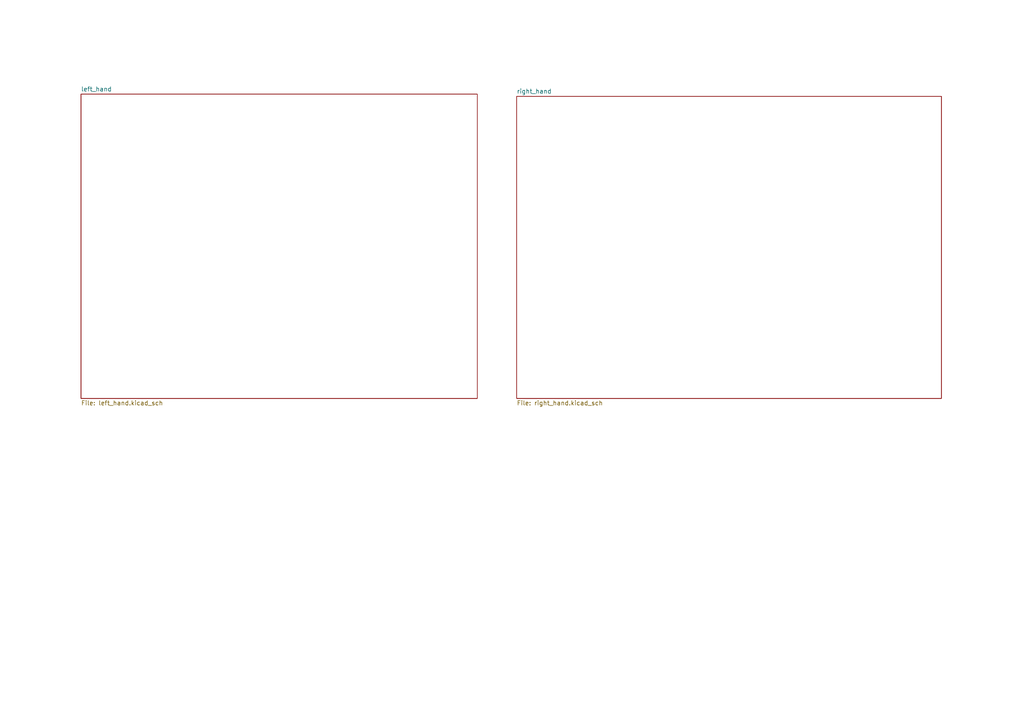
<source format=kicad_sch>
(kicad_sch (version 20230121) (generator eeschema)
  (paper "A4")
  (lib_symbols)
  (sheet (at 149.86 27.94) (size 123.19 87.63) (stroke (width 0.1524))
    (property "Sheetname" "right_hand" (at 149.86 27.2284 0) (effects (justify left bottom)))
    (property "Sheetfile" "right_hand.kicad_sch" (at 149.86 116.1546 0) (effects (justify left top)))
  )
  (sheet (at 23.495 27.305) (size 114.935 88.265) (stroke (width 0.1524))
    (property "Sheetname" "left_hand" (at 23.495 26.5934 0) (effects (justify left bottom)))
    (property "Sheetfile" "left_hand.kicad_sch" (at 23.495 116.1546 0) (effects (justify left top)))
  )
)
</source>
